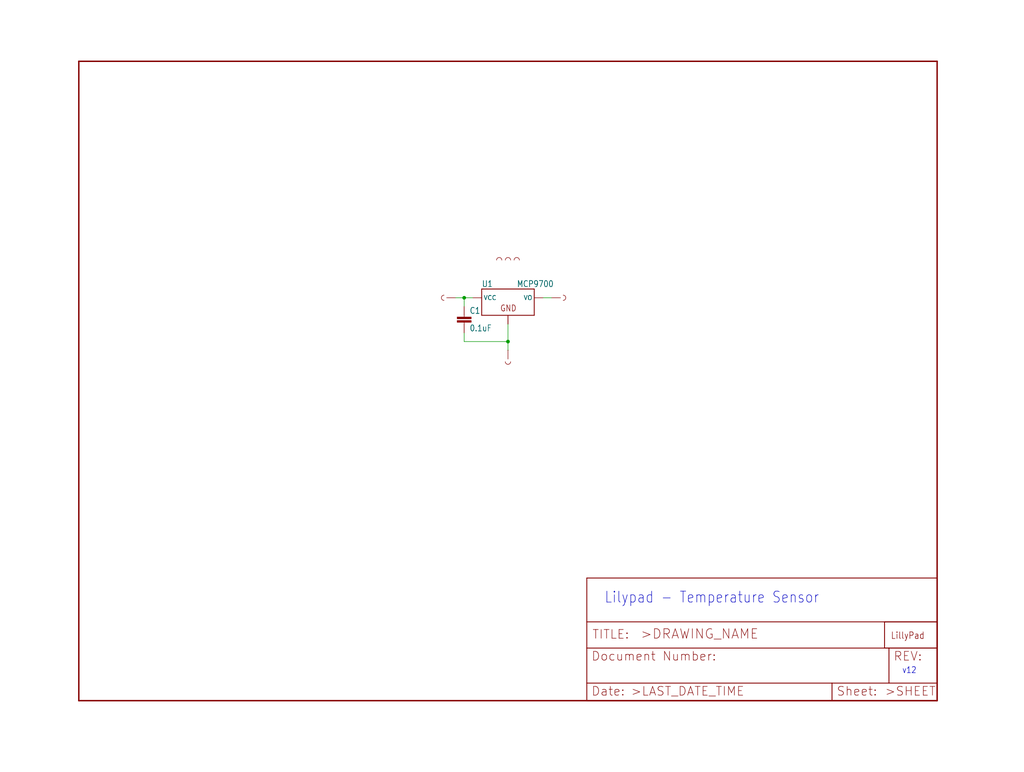
<source format=kicad_sch>
(kicad_sch (version 20211123) (generator eeschema)
  (paper "User" 297.002 223.926)
  (lib_symbols
    (symbol "eagleSchem-eagle-import:CAP0603-CAP"
      (property "Reference" "C" (at 1.524 2.921 0))
      (property "Value" "CAP0603-CAP" (at 1.524 -2.159 0))
      (symbol "CAP0603-CAP_1_0"
        (rectangle (start -2.032 0.508) (end 2.032 1.016) (fill (type outline)))
        (rectangle (start -2.032 1.524) (end 2.032 2.032) (fill (type outline)))
        (polyline (pts (xy 0 0) (xy 0 0.508)) (stroke (width 0.1524)))
        (polyline (pts (xy 0 2.54) (xy 0 2.032)) (stroke (width 0.1524)))
        (pin passive line (at 0 5.08 270) (length 2.54) (name "1") (number "1"))
        (pin passive line (at 0 -2.54 90) (length 2.54) (name "2") (number "2"))
      )
    )
    (symbol "eagleSchem-eagle-import:FRAME-LETTER"
      (symbol "FRAME-LETTER_1_0"
        (polyline (pts (xy 0 0) (xy 248.92 0)) (stroke (width 0.4064)))
        (polyline (pts (xy 0 185.42) (xy 0 0)) (stroke (width 0.4064)))
        (polyline (pts (xy 0 185.42) (xy 248.92 185.42)) (stroke (width 0.4064)))
        (polyline (pts (xy 248.92 185.42) (xy 248.92 0)) (stroke (width 0.4064)))
      )
      (symbol "FRAME-LETTER_2_0"
        (polyline (pts (xy 0 0) (xy 0 5.08)) (stroke (width 0.254)))
        (polyline (pts (xy 0 0) (xy 71.12 0)) (stroke (width 0.254)))
        (polyline (pts (xy 0 5.08) (xy 0 15.24)) (stroke (width 0.254)))
        (polyline (pts (xy 0 5.08) (xy 71.12 5.08)) (stroke (width 0.254)))
        (polyline (pts (xy 0 15.24) (xy 0 22.86)) (stroke (width 0.254)))
        (polyline (pts (xy 0 22.86) (xy 0 35.56)) (stroke (width 0.254)))
        (polyline (pts (xy 0 22.86) (xy 101.6 22.86)) (stroke (width 0.254)))
        (polyline (pts (xy 71.12 0) (xy 101.6 0)) (stroke (width 0.254)))
        (polyline (pts (xy 71.12 5.08) (xy 71.12 0)) (stroke (width 0.254)))
        (polyline (pts (xy 71.12 5.08) (xy 87.63 5.08)) (stroke (width 0.254)))
        (polyline (pts (xy 87.63 5.08) (xy 101.6 5.08)) (stroke (width 0.254)))
        (polyline (pts (xy 87.63 15.24) (xy 0 15.24)) (stroke (width 0.254)))
        (polyline (pts (xy 87.63 15.24) (xy 87.63 5.08)) (stroke (width 0.254)))
        (polyline (pts (xy 101.6 5.08) (xy 101.6 0)) (stroke (width 0.254)))
        (polyline (pts (xy 101.6 15.24) (xy 87.63 15.24)) (stroke (width 0.254)))
        (polyline (pts (xy 101.6 15.24) (xy 101.6 5.08)) (stroke (width 0.254)))
        (polyline (pts (xy 101.6 22.86) (xy 101.6 15.24)) (stroke (width 0.254)))
        (polyline (pts (xy 101.6 35.56) (xy 0 35.56)) (stroke (width 0.254)))
        (polyline (pts (xy 101.6 35.56) (xy 101.6 22.86)) (stroke (width 0.254)))
        (text ">DRAWING_NAME" (at 15.494 17.78 0) (effects (font (size 2.7432 2.7432)) (justify left bottom)))
        (text ">LAST_DATE_TIME" (at 12.7 1.27 0) (effects (font (size 2.54 2.54)) (justify left bottom)))
        (text ">SHEET" (at 86.36 1.27 0) (effects (font (size 2.54 2.54)) (justify left bottom)))
        (text "Date:" (at 1.27 1.27 0) (effects (font (size 2.54 2.54)) (justify left bottom)))
        (text "Document Number:" (at 1.27 11.43 0) (effects (font (size 2.54 2.54)) (justify left bottom)))
        (text "REV:" (at 88.9 11.43 0) (effects (font (size 2.54 2.54)) (justify left bottom)))
        (text "Sheet:" (at 72.39 1.27 0) (effects (font (size 2.54 2.54)) (justify left bottom)))
        (text "TITLE:" (at 1.524 17.78 0) (effects (font (size 2.54 2.54)) (justify left bottom)))
      )
    )
    (symbol "eagleSchem-eagle-import:LOGO-LPLP"
      (symbol "LOGO-LPLP_1_0"
        (polyline (pts (xy -2.54 -2.54) (xy 12.7 -2.54)) (stroke (width 0.254)))
        (polyline (pts (xy -2.54 5.08) (xy -2.54 -2.54)) (stroke (width 0.254)))
        (polyline (pts (xy 12.7 -2.54) (xy 12.7 5.08)) (stroke (width 0.254)))
        (polyline (pts (xy 12.7 5.08) (xy -2.54 5.08)) (stroke (width 0.254)))
        (text "LillyPad" (at -0.762 0 0) (effects (font (size 1.9304 1.6408)) (justify left bottom)))
      )
    )
    (symbol "eagleSchem-eagle-import:MCP9700SMD"
      (property "Value" "MCP9700SMD" (at 2.54 5.588 0))
      (symbol "MCP9700SMD_1_0"
        (polyline (pts (xy -7.62 -2.54) (xy -7.62 5.08)) (stroke (width 0.254)))
        (polyline (pts (xy -7.62 5.08) (xy 7.62 5.08)) (stroke (width 0.254)))
        (polyline (pts (xy 7.62 -2.54) (xy -7.62 -2.54)) (stroke (width 0.254)))
        (polyline (pts (xy 7.62 5.08) (xy 7.62 -2.54)) (stroke (width 0.254)))
        (text "GND" (at -2.286 -1.524 0) (effects (font (size 1.778 1.5113)) (justify left bottom)))
        (pin bidirectional line (at -10.16 2.54 0) (length 2.54) (name "VCC") (number "1"))
        (pin bidirectional line (at 10.16 2.54 180) (length 2.54) (name "VO") (number "2"))
        (pin bidirectional line (at 0 -5.08 90) (length 2.54) (name "GND") (number "3"))
      )
    )
    (symbol "eagleSchem-eagle-import:SEWTAP-NOHOLE2"
      (symbol "SEWTAP-NOHOLE2_1_0"
        (arc (start 0.762 -0.762) (mid 1.524 0) (end 0.762 0.762) (stroke (width 0.1524)))
      )
    )
    (symbol "eagleSchem-eagle-import:SEWTAP6"
      (symbol "SEWTAP6_1_0"
        (polyline (pts (xy 0 0) (xy -2.54 0)) (stroke (width 0.1524)))
        (arc (start 0.762 -0.762) (mid 1.524 0) (end 0.762 0.762) (stroke (width 0.1524)))
        (pin bidirectional line (at -2.54 0 180) (length 0) (name "1") (number "1"))
      )
    )
  )
  (junction (at 147.32 99.06))
  (junction (at 134.62 86.36))
  (wire (pts (xy 134.62 99.06) (xy 147.32 99.06)))
  (wire (pts (xy 134.62 88.9) (xy 134.62 86.36)))
  (wire (pts (xy 132.08 86.36) (xy 134.62 86.36)))
  (wire (pts (xy 160.02 86.36) (xy 157.48 86.36)))
  (wire (pts (xy 147.32 99.06) (xy 147.32 93.98)))
  (wire (pts (xy 134.62 96.52) (xy 134.62 99.06)))
  (wire (pts (xy 134.62 86.36) (xy 137.16 86.36)))
  (wire (pts (xy 147.32 101.6) (xy 147.32 99.06)))
  (text "Lilypad - Temperature Sensor" (at 175.26 175.26 180) (effects (font (size 3.175 2.6987)) (justify left bottom)))
  (text "v12" (at 261.62 195.58 180) (effects (font (size 1.778 1.5113)) (justify left bottom)))
  (symbol (lib_id "eagleSchem-eagle-import:FRAME-LETTER") (at 22.86 203.2 0) (unit 1)
    (property "Reference" "#FRAME1" (effects hide))
    (property "Value" "FRAME-LETTER" (effects hide))
    (property "Footprint" "eagleSchem:" (effects hide))
  )
  (symbol (lib_id "eagleSchem-eagle-import:MCP9700SMD") (at 147.32 88.9 0) (unit 1)
    (property "Reference" "U1" (at 139.7 83.312 0) (effects (font (size 1.778 1.5113)) (justify left bottom)))
    (property "Value" "MCP9700" (at 149.86 83.312 0) (effects (font (size 1.778 1.5113)) (justify left bottom)))
    (property "Footprint" "eagleSchem:SOT23-3" (effects hide))
  )
  (symbol (lib_id "eagleSchem-eagle-import:SEWTAP-NOHOLE2") (at 147.32 76.2 90) (unit 1)
    (property "Reference" "TEMP2" (effects hide))
    (property "Value" "SEWTAP-NOHOLE2" (effects hide))
    (property "Footprint" "eagleSchem:PETAL-NOHOLE-2SIDE" (effects hide))
  )
  (symbol (lib_id "eagleSchem-eagle-import:SEWTAP6") (at 162.56 86.36 0) (unit 1)
    (property "Reference" "TEMPS0" (effects hide))
    (property "Value" "SEWTAP6" (effects hide))
    (property "Footprint" "eagleSchem:PETAL-SMALL-2SIDE" (effects hide))
  )
  (symbol (lib_id "eagleSchem-eagle-import:SEWTAP6") (at 129.54 86.36 180) (unit 1)
    (property "Reference" "TEMP+0" (effects hide))
    (property "Value" "SEWTAP6" (effects hide))
    (property "Footprint" "eagleSchem:PETAL-SMALL-2SIDE" (effects hide))
  )
  (symbol (lib_id "eagleSchem-eagle-import:LOGO-LPLP") (at 259.08 185.42 0) (unit 1)
    (property "Reference" "U$2" (effects hide))
    (property "Value" "LOGO-LPLP" (effects hide))
    (property "Footprint" "eagleSchem:LOGO-LILYPAD" (effects hide))
  )
  (symbol (lib_id "eagleSchem-eagle-import:SEWTAP-NOHOLE2") (at 144.78 76.2 90) (unit 1)
    (property "Reference" "TEMP1" (effects hide))
    (property "Value" "SEWTAP-NOHOLE2" (effects hide))
    (property "Footprint" "eagleSchem:PETAL-NOHOLE-2SIDE" (effects hide))
  )
  (symbol (lib_id "eagleSchem-eagle-import:CAP0603-CAP") (at 134.62 93.98 0) (unit 1)
    (property "Reference" "C1" (at 136.144 91.059 0) (effects (font (size 1.778 1.5113)) (justify left bottom)))
    (property "Value" "0.1uF" (at 136.144 96.139 0) (effects (font (size 1.778 1.5113)) (justify left bottom)))
    (property "Footprint" "eagleSchem:0603-CAP" (effects hide))
  )
  (symbol (lib_id "eagleSchem-eagle-import:SEWTAP-NOHOLE2") (at 149.86 76.2 90) (unit 1)
    (property "Reference" "TEMP3" (effects hide))
    (property "Value" "SEWTAP-NOHOLE2" (effects hide))
    (property "Footprint" "eagleSchem:PETAL-NOHOLE-2SIDE" (effects hide))
  )
  (symbol (lib_id "eagleSchem-eagle-import:SEWTAP6") (at 147.32 104.14 270) (unit 1)
    (property "Reference" "TEMP-0" (effects hide))
    (property "Value" "SEWTAP6" (effects hide))
    (property "Footprint" "eagleSchem:PETAL-SMALL-2SIDE" (effects hide))
  )
  (symbol (lib_id "eagleSchem-eagle-import:FRAME-LETTER") (at 170.18 203.2 0) (unit 2)
    (property "Reference" "#FRAME1" (effects hide))
    (property "Value" "FRAME-LETTER" (effects hide))
    (property "Footprint" "eagleSchem:" (effects hide))
  )
)
</source>
